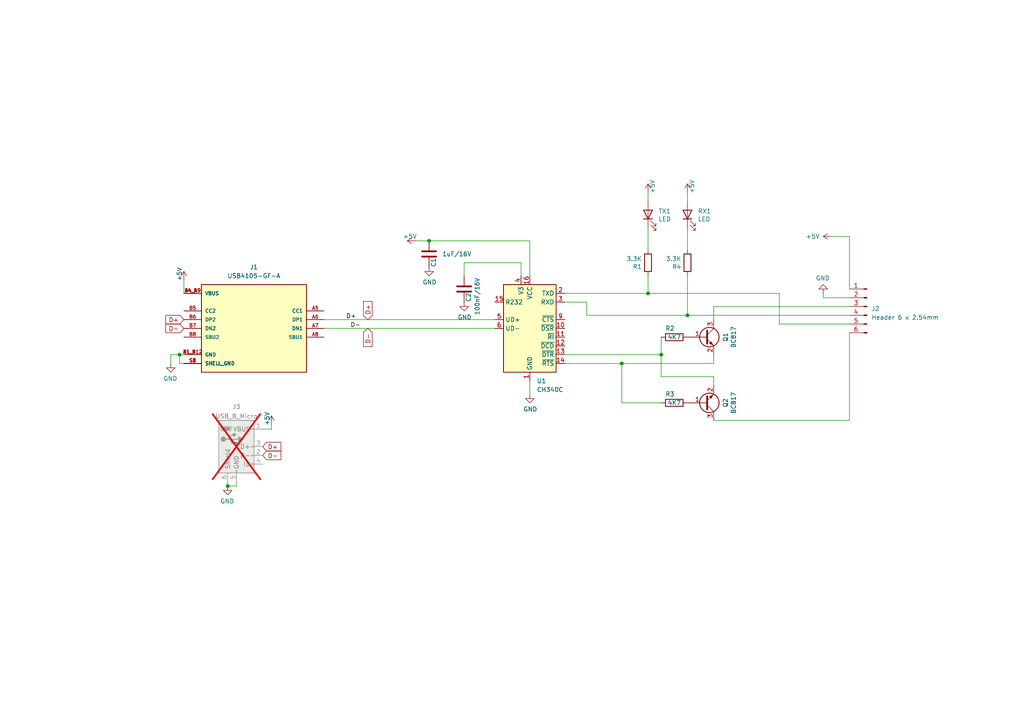
<source format=kicad_sch>
(kicad_sch (version 20230121) (generator eeschema)

  (uuid cb614b23-9af3-4aec-bed8-c1374e001510)

  (paper "A4")

  (title_block
    (date "2023-02-26")
    (rev "0.0")
    (company "TDMAKER.SPACE")
  )

  (lib_symbols
    (symbol "Connector:Conn_01x06_Male" (pin_names (offset 1.016) hide) (in_bom yes) (on_board yes)
      (property "Reference" "J" (at 0 7.62 0)
        (effects (font (size 1.27 1.27)))
      )
      (property "Value" "Conn_01x06_Male" (at 0 -10.16 0)
        (effects (font (size 1.27 1.27)))
      )
      (property "Footprint" "" (at 0 0 0)
        (effects (font (size 1.27 1.27)) hide)
      )
      (property "Datasheet" "~" (at 0 0 0)
        (effects (font (size 1.27 1.27)) hide)
      )
      (property "ki_keywords" "connector" (at 0 0 0)
        (effects (font (size 1.27 1.27)) hide)
      )
      (property "ki_description" "Generic connector, single row, 01x06, script generated (kicad-library-utils/schlib/autogen/connector/)" (at 0 0 0)
        (effects (font (size 1.27 1.27)) hide)
      )
      (property "ki_fp_filters" "Connector*:*_1x??_*" (at 0 0 0)
        (effects (font (size 1.27 1.27)) hide)
      )
      (symbol "Conn_01x06_Male_1_1"
        (polyline
          (pts
            (xy 1.27 -7.62)
            (xy 0.8636 -7.62)
          )
          (stroke (width 0.1524) (type default))
          (fill (type none))
        )
        (polyline
          (pts
            (xy 1.27 -5.08)
            (xy 0.8636 -5.08)
          )
          (stroke (width 0.1524) (type default))
          (fill (type none))
        )
        (polyline
          (pts
            (xy 1.27 -2.54)
            (xy 0.8636 -2.54)
          )
          (stroke (width 0.1524) (type default))
          (fill (type none))
        )
        (polyline
          (pts
            (xy 1.27 0)
            (xy 0.8636 0)
          )
          (stroke (width 0.1524) (type default))
          (fill (type none))
        )
        (polyline
          (pts
            (xy 1.27 2.54)
            (xy 0.8636 2.54)
          )
          (stroke (width 0.1524) (type default))
          (fill (type none))
        )
        (polyline
          (pts
            (xy 1.27 5.08)
            (xy 0.8636 5.08)
          )
          (stroke (width 0.1524) (type default))
          (fill (type none))
        )
        (rectangle (start 0.8636 -7.493) (end 0 -7.747)
          (stroke (width 0.1524) (type default))
          (fill (type outline))
        )
        (rectangle (start 0.8636 -4.953) (end 0 -5.207)
          (stroke (width 0.1524) (type default))
          (fill (type outline))
        )
        (rectangle (start 0.8636 -2.413) (end 0 -2.667)
          (stroke (width 0.1524) (type default))
          (fill (type outline))
        )
        (rectangle (start 0.8636 0.127) (end 0 -0.127)
          (stroke (width 0.1524) (type default))
          (fill (type outline))
        )
        (rectangle (start 0.8636 2.667) (end 0 2.413)
          (stroke (width 0.1524) (type default))
          (fill (type outline))
        )
        (rectangle (start 0.8636 5.207) (end 0 4.953)
          (stroke (width 0.1524) (type default))
          (fill (type outline))
        )
        (pin passive line (at 5.08 5.08 180) (length 3.81)
          (name "Pin_1" (effects (font (size 1.27 1.27))))
          (number "1" (effects (font (size 1.27 1.27))))
        )
        (pin passive line (at 5.08 2.54 180) (length 3.81)
          (name "Pin_2" (effects (font (size 1.27 1.27))))
          (number "2" (effects (font (size 1.27 1.27))))
        )
        (pin passive line (at 5.08 0 180) (length 3.81)
          (name "Pin_3" (effects (font (size 1.27 1.27))))
          (number "3" (effects (font (size 1.27 1.27))))
        )
        (pin passive line (at 5.08 -2.54 180) (length 3.81)
          (name "Pin_4" (effects (font (size 1.27 1.27))))
          (number "4" (effects (font (size 1.27 1.27))))
        )
        (pin passive line (at 5.08 -5.08 180) (length 3.81)
          (name "Pin_5" (effects (font (size 1.27 1.27))))
          (number "5" (effects (font (size 1.27 1.27))))
        )
        (pin passive line (at 5.08 -7.62 180) (length 3.81)
          (name "Pin_6" (effects (font (size 1.27 1.27))))
          (number "6" (effects (font (size 1.27 1.27))))
        )
      )
    )
    (symbol "Connector:USB_B_Micro" (pin_names (offset 1.016)) (in_bom yes) (on_board yes)
      (property "Reference" "J" (at -5.08 11.43 0)
        (effects (font (size 1.27 1.27)) (justify left))
      )
      (property "Value" "USB_B_Micro" (at -5.08 8.89 0)
        (effects (font (size 1.27 1.27)) (justify left))
      )
      (property "Footprint" "" (at 3.81 -1.27 0)
        (effects (font (size 1.27 1.27)) hide)
      )
      (property "Datasheet" "~" (at 3.81 -1.27 0)
        (effects (font (size 1.27 1.27)) hide)
      )
      (property "ki_keywords" "connector USB micro" (at 0 0 0)
        (effects (font (size 1.27 1.27)) hide)
      )
      (property "ki_description" "USB Micro Type B connector" (at 0 0 0)
        (effects (font (size 1.27 1.27)) hide)
      )
      (property "ki_fp_filters" "USB*" (at 0 0 0)
        (effects (font (size 1.27 1.27)) hide)
      )
      (symbol "USB_B_Micro_0_1"
        (rectangle (start -5.08 -7.62) (end 5.08 7.62)
          (stroke (width 0.254) (type default))
          (fill (type background))
        )
        (circle (center -3.81 2.159) (radius 0.635)
          (stroke (width 0.254) (type default))
          (fill (type outline))
        )
        (circle (center -0.635 3.429) (radius 0.381)
          (stroke (width 0.254) (type default))
          (fill (type outline))
        )
        (rectangle (start -0.127 -7.62) (end 0.127 -6.858)
          (stroke (width 0) (type default))
          (fill (type none))
        )
        (polyline
          (pts
            (xy -1.905 2.159)
            (xy 0.635 2.159)
          )
          (stroke (width 0.254) (type default))
          (fill (type none))
        )
        (polyline
          (pts
            (xy -3.175 2.159)
            (xy -2.54 2.159)
            (xy -1.27 3.429)
            (xy -0.635 3.429)
          )
          (stroke (width 0.254) (type default))
          (fill (type none))
        )
        (polyline
          (pts
            (xy -2.54 2.159)
            (xy -1.905 2.159)
            (xy -1.27 0.889)
            (xy 0 0.889)
          )
          (stroke (width 0.254) (type default))
          (fill (type none))
        )
        (polyline
          (pts
            (xy 0.635 2.794)
            (xy 0.635 1.524)
            (xy 1.905 2.159)
            (xy 0.635 2.794)
          )
          (stroke (width 0.254) (type default))
          (fill (type outline))
        )
        (polyline
          (pts
            (xy -4.318 5.588)
            (xy -1.778 5.588)
            (xy -2.032 4.826)
            (xy -4.064 4.826)
            (xy -4.318 5.588)
          )
          (stroke (width 0) (type default))
          (fill (type outline))
        )
        (polyline
          (pts
            (xy -4.699 5.842)
            (xy -4.699 5.588)
            (xy -4.445 4.826)
            (xy -4.445 4.572)
            (xy -1.651 4.572)
            (xy -1.651 4.826)
            (xy -1.397 5.588)
            (xy -1.397 5.842)
            (xy -4.699 5.842)
          )
          (stroke (width 0) (type default))
          (fill (type none))
        )
        (rectangle (start 0.254 1.27) (end -0.508 0.508)
          (stroke (width 0.254) (type default))
          (fill (type outline))
        )
        (rectangle (start 5.08 -5.207) (end 4.318 -4.953)
          (stroke (width 0) (type default))
          (fill (type none))
        )
        (rectangle (start 5.08 -2.667) (end 4.318 -2.413)
          (stroke (width 0) (type default))
          (fill (type none))
        )
        (rectangle (start 5.08 -0.127) (end 4.318 0.127)
          (stroke (width 0) (type default))
          (fill (type none))
        )
        (rectangle (start 5.08 4.953) (end 4.318 5.207)
          (stroke (width 0) (type default))
          (fill (type none))
        )
      )
      (symbol "USB_B_Micro_1_1"
        (pin power_out line (at 7.62 5.08 180) (length 2.54)
          (name "VBUS" (effects (font (size 1.27 1.27))))
          (number "1" (effects (font (size 1.27 1.27))))
        )
        (pin bidirectional line (at 7.62 -2.54 180) (length 2.54)
          (name "D-" (effects (font (size 1.27 1.27))))
          (number "2" (effects (font (size 1.27 1.27))))
        )
        (pin bidirectional line (at 7.62 0 180) (length 2.54)
          (name "D+" (effects (font (size 1.27 1.27))))
          (number "3" (effects (font (size 1.27 1.27))))
        )
        (pin passive line (at 7.62 -5.08 180) (length 2.54)
          (name "ID" (effects (font (size 1.27 1.27))))
          (number "4" (effects (font (size 1.27 1.27))))
        )
        (pin power_out line (at 0 -10.16 90) (length 2.54)
          (name "GND" (effects (font (size 1.27 1.27))))
          (number "5" (effects (font (size 1.27 1.27))))
        )
        (pin passive line (at -2.54 -10.16 90) (length 2.54)
          (name "Shield" (effects (font (size 1.27 1.27))))
          (number "6" (effects (font (size 1.27 1.27))))
        )
      )
    )
    (symbol "Custom:USB4105-GF-A" (pin_names (offset 1.016)) (in_bom yes) (on_board yes)
      (property "Reference" "J" (at -15.24 13.97 0)
        (effects (font (size 1.27 1.27)) (justify left bottom))
      )
      (property "Value" "USB4105-GF-A" (at -15.24 -15.24 0)
        (effects (font (size 1.27 1.27)) (justify left bottom))
      )
      (property "Footprint" "0_Custom_Lib:GCT_USB4105-GF-A" (at 0 0 0)
        (effects (font (size 1.27 1.27)) (justify bottom) hide)
      )
      (property "Datasheet" "" (at 0 0 0)
        (effects (font (size 1.27 1.27)) hide)
      )
      (property "MANUFACTURER" "GCT" (at 0 0 0)
        (effects (font (size 1.27 1.27)) (justify bottom) hide)
      )
      (symbol "USB4105-GF-A_0_0"
        (rectangle (start -15.24 -12.7) (end 15.24 12.7)
          (stroke (width 0.254) (type default))
          (fill (type background))
        )
        (pin power_in line (at 20.32 -7.62 180) (length 5.08)
          (name "GND" (effects (font (size 1.016 1.016))))
          (number "A1_B12" (effects (font (size 1.016 1.016))))
        )
        (pin power_in line (at 20.32 10.16 180) (length 5.08)
          (name "VBUS" (effects (font (size 1.016 1.016))))
          (number "A4_B9" (effects (font (size 1.016 1.016))))
        )
        (pin bidirectional line (at -20.32 5.08 0) (length 5.08)
          (name "CC1" (effects (font (size 1.016 1.016))))
          (number "A5" (effects (font (size 1.016 1.016))))
        )
        (pin bidirectional line (at -20.32 2.54 0) (length 5.08)
          (name "DP1" (effects (font (size 1.016 1.016))))
          (number "A6" (effects (font (size 1.016 1.016))))
        )
        (pin bidirectional line (at -20.32 0 0) (length 5.08)
          (name "DN1" (effects (font (size 1.016 1.016))))
          (number "A7" (effects (font (size 1.016 1.016))))
        )
        (pin bidirectional line (at -20.32 -2.54 0) (length 5.08)
          (name "SBU1" (effects (font (size 1.016 1.016))))
          (number "A8" (effects (font (size 1.016 1.016))))
        )
        (pin power_in line (at 20.32 -7.62 180) (length 5.08)
          (name "GND" (effects (font (size 1.016 1.016))))
          (number "B1_A12" (effects (font (size 1.016 1.016))))
        )
        (pin power_in line (at 20.32 10.16 180) (length 5.08)
          (name "VBUS" (effects (font (size 1.016 1.016))))
          (number "B4_A9" (effects (font (size 1.016 1.016))))
        )
        (pin bidirectional line (at 20.32 5.08 180) (length 5.08)
          (name "CC2" (effects (font (size 1.016 1.016))))
          (number "B5" (effects (font (size 1.016 1.016))))
        )
        (pin bidirectional line (at 20.32 2.54 180) (length 5.08)
          (name "DP2" (effects (font (size 1.016 1.016))))
          (number "B6" (effects (font (size 1.016 1.016))))
        )
        (pin bidirectional line (at 20.32 0 180) (length 5.08)
          (name "DN2" (effects (font (size 1.016 1.016))))
          (number "B7" (effects (font (size 1.016 1.016))))
        )
        (pin bidirectional line (at 20.32 -2.54 180) (length 5.08)
          (name "SBU2" (effects (font (size 1.016 1.016))))
          (number "B8" (effects (font (size 1.016 1.016))))
        )
        (pin power_in line (at 20.32 -10.16 180) (length 5.08)
          (name "SHELL_GND" (effects (font (size 1.016 1.016))))
          (number "S1" (effects (font (size 1.016 1.016))))
        )
        (pin power_in line (at 20.32 -10.16 180) (length 5.08)
          (name "SHELL_GND" (effects (font (size 1.016 1.016))))
          (number "S2" (effects (font (size 1.016 1.016))))
        )
        (pin power_in line (at 20.32 -10.16 180) (length 5.08)
          (name "SHELL_GND" (effects (font (size 1.016 1.016))))
          (number "S3" (effects (font (size 1.016 1.016))))
        )
        (pin power_in line (at 20.32 -10.16 180) (length 5.08)
          (name "SHELL_GND" (effects (font (size 1.016 1.016))))
          (number "S4" (effects (font (size 1.016 1.016))))
        )
      )
    )
    (symbol "Device:C" (pin_numbers hide) (pin_names (offset 0.254)) (in_bom yes) (on_board yes)
      (property "Reference" "C" (at 0.635 2.54 0)
        (effects (font (size 1.27 1.27)) (justify left))
      )
      (property "Value" "C" (at 0.635 -2.54 0)
        (effects (font (size 1.27 1.27)) (justify left))
      )
      (property "Footprint" "" (at 0.9652 -3.81 0)
        (effects (font (size 1.27 1.27)) hide)
      )
      (property "Datasheet" "~" (at 0 0 0)
        (effects (font (size 1.27 1.27)) hide)
      )
      (property "ki_keywords" "cap capacitor" (at 0 0 0)
        (effects (font (size 1.27 1.27)) hide)
      )
      (property "ki_description" "Unpolarized capacitor" (at 0 0 0)
        (effects (font (size 1.27 1.27)) hide)
      )
      (property "ki_fp_filters" "C_*" (at 0 0 0)
        (effects (font (size 1.27 1.27)) hide)
      )
      (symbol "C_0_1"
        (polyline
          (pts
            (xy -2.032 -0.762)
            (xy 2.032 -0.762)
          )
          (stroke (width 0.508) (type default))
          (fill (type none))
        )
        (polyline
          (pts
            (xy -2.032 0.762)
            (xy 2.032 0.762)
          )
          (stroke (width 0.508) (type default))
          (fill (type none))
        )
      )
      (symbol "C_1_1"
        (pin passive line (at 0 3.81 270) (length 2.794)
          (name "~" (effects (font (size 1.27 1.27))))
          (number "1" (effects (font (size 1.27 1.27))))
        )
        (pin passive line (at 0 -3.81 90) (length 2.794)
          (name "~" (effects (font (size 1.27 1.27))))
          (number "2" (effects (font (size 1.27 1.27))))
        )
      )
    )
    (symbol "Device:LED" (pin_numbers hide) (pin_names (offset 1.016) hide) (in_bom yes) (on_board yes)
      (property "Reference" "D" (at 0 2.54 0)
        (effects (font (size 1.27 1.27)))
      )
      (property "Value" "LED" (at 0 -2.54 0)
        (effects (font (size 1.27 1.27)))
      )
      (property "Footprint" "" (at 0 0 0)
        (effects (font (size 1.27 1.27)) hide)
      )
      (property "Datasheet" "~" (at 0 0 0)
        (effects (font (size 1.27 1.27)) hide)
      )
      (property "ki_keywords" "LED diode" (at 0 0 0)
        (effects (font (size 1.27 1.27)) hide)
      )
      (property "ki_description" "Light emitting diode" (at 0 0 0)
        (effects (font (size 1.27 1.27)) hide)
      )
      (property "ki_fp_filters" "LED* LED_SMD:* LED_THT:*" (at 0 0 0)
        (effects (font (size 1.27 1.27)) hide)
      )
      (symbol "LED_0_1"
        (polyline
          (pts
            (xy -1.27 -1.27)
            (xy -1.27 1.27)
          )
          (stroke (width 0.254) (type default))
          (fill (type none))
        )
        (polyline
          (pts
            (xy -1.27 0)
            (xy 1.27 0)
          )
          (stroke (width 0) (type default))
          (fill (type none))
        )
        (polyline
          (pts
            (xy 1.27 -1.27)
            (xy 1.27 1.27)
            (xy -1.27 0)
            (xy 1.27 -1.27)
          )
          (stroke (width 0.254) (type default))
          (fill (type none))
        )
        (polyline
          (pts
            (xy -3.048 -0.762)
            (xy -4.572 -2.286)
            (xy -3.81 -2.286)
            (xy -4.572 -2.286)
            (xy -4.572 -1.524)
          )
          (stroke (width 0) (type default))
          (fill (type none))
        )
        (polyline
          (pts
            (xy -1.778 -0.762)
            (xy -3.302 -2.286)
            (xy -2.54 -2.286)
            (xy -3.302 -2.286)
            (xy -3.302 -1.524)
          )
          (stroke (width 0) (type default))
          (fill (type none))
        )
      )
      (symbol "LED_1_1"
        (pin passive line (at -3.81 0 0) (length 2.54)
          (name "K" (effects (font (size 1.27 1.27))))
          (number "1" (effects (font (size 1.27 1.27))))
        )
        (pin passive line (at 3.81 0 180) (length 2.54)
          (name "A" (effects (font (size 1.27 1.27))))
          (number "2" (effects (font (size 1.27 1.27))))
        )
      )
    )
    (symbol "Device:R" (pin_numbers hide) (pin_names (offset 0)) (in_bom yes) (on_board yes)
      (property "Reference" "R" (at 2.032 0 90)
        (effects (font (size 1.27 1.27)))
      )
      (property "Value" "R" (at 0 0 90)
        (effects (font (size 1.27 1.27)))
      )
      (property "Footprint" "" (at -1.778 0 90)
        (effects (font (size 1.27 1.27)) hide)
      )
      (property "Datasheet" "~" (at 0 0 0)
        (effects (font (size 1.27 1.27)) hide)
      )
      (property "ki_keywords" "R res resistor" (at 0 0 0)
        (effects (font (size 1.27 1.27)) hide)
      )
      (property "ki_description" "Resistor" (at 0 0 0)
        (effects (font (size 1.27 1.27)) hide)
      )
      (property "ki_fp_filters" "R_*" (at 0 0 0)
        (effects (font (size 1.27 1.27)) hide)
      )
      (symbol "R_0_1"
        (rectangle (start -1.016 -2.54) (end 1.016 2.54)
          (stroke (width 0.254) (type default))
          (fill (type none))
        )
      )
      (symbol "R_1_1"
        (pin passive line (at 0 3.81 270) (length 1.27)
          (name "~" (effects (font (size 1.27 1.27))))
          (number "1" (effects (font (size 1.27 1.27))))
        )
        (pin passive line (at 0 -3.81 90) (length 1.27)
          (name "~" (effects (font (size 1.27 1.27))))
          (number "2" (effects (font (size 1.27 1.27))))
        )
      )
    )
    (symbol "Interface_USB:CH340C" (in_bom yes) (on_board yes)
      (property "Reference" "U" (at -5.08 13.97 0)
        (effects (font (size 1.27 1.27)) (justify right))
      )
      (property "Value" "CH340C" (at 1.27 13.97 0)
        (effects (font (size 1.27 1.27)) (justify left))
      )
      (property "Footprint" "Package_SO:SOIC-16_3.9x9.9mm_P1.27mm" (at 1.27 -13.97 0)
        (effects (font (size 1.27 1.27)) (justify left) hide)
      )
      (property "Datasheet" "https://datasheet.lcsc.com/szlcsc/Jiangsu-Qin-Heng-CH340C_C84681.pdf" (at -8.89 20.32 0)
        (effects (font (size 1.27 1.27)) hide)
      )
      (property "ki_keywords" "USB UART Serial Converter Interface" (at 0 0 0)
        (effects (font (size 1.27 1.27)) hide)
      )
      (property "ki_description" "USB serial converter, UART, SOIC-16" (at 0 0 0)
        (effects (font (size 1.27 1.27)) hide)
      )
      (property "ki_fp_filters" "SOIC*3.9x9.9mm*P1.27mm*" (at 0 0 0)
        (effects (font (size 1.27 1.27)) hide)
      )
      (symbol "CH340C_0_1"
        (rectangle (start -7.62 12.7) (end 7.62 -12.7)
          (stroke (width 0.254) (type default))
          (fill (type background))
        )
      )
      (symbol "CH340C_1_1"
        (pin power_in line (at 0 -15.24 90) (length 2.54)
          (name "GND" (effects (font (size 1.27 1.27))))
          (number "1" (effects (font (size 1.27 1.27))))
        )
        (pin input line (at 10.16 0 180) (length 2.54)
          (name "~{DSR}" (effects (font (size 1.27 1.27))))
          (number "10" (effects (font (size 1.27 1.27))))
        )
        (pin input line (at 10.16 -2.54 180) (length 2.54)
          (name "~{RI}" (effects (font (size 1.27 1.27))))
          (number "11" (effects (font (size 1.27 1.27))))
        )
        (pin input line (at 10.16 -5.08 180) (length 2.54)
          (name "~{DCD}" (effects (font (size 1.27 1.27))))
          (number "12" (effects (font (size 1.27 1.27))))
        )
        (pin output line (at 10.16 -7.62 180) (length 2.54)
          (name "~{DTR}" (effects (font (size 1.27 1.27))))
          (number "13" (effects (font (size 1.27 1.27))))
        )
        (pin output line (at 10.16 -10.16 180) (length 2.54)
          (name "~{RTS}" (effects (font (size 1.27 1.27))))
          (number "14" (effects (font (size 1.27 1.27))))
        )
        (pin input line (at -10.16 7.62 0) (length 2.54)
          (name "R232" (effects (font (size 1.27 1.27))))
          (number "15" (effects (font (size 1.27 1.27))))
        )
        (pin power_in line (at 0 15.24 270) (length 2.54)
          (name "VCC" (effects (font (size 1.27 1.27))))
          (number "16" (effects (font (size 1.27 1.27))))
        )
        (pin output line (at 10.16 10.16 180) (length 2.54)
          (name "TXD" (effects (font (size 1.27 1.27))))
          (number "2" (effects (font (size 1.27 1.27))))
        )
        (pin input line (at 10.16 7.62 180) (length 2.54)
          (name "RXD" (effects (font (size 1.27 1.27))))
          (number "3" (effects (font (size 1.27 1.27))))
        )
        (pin passive line (at -2.54 15.24 270) (length 2.54)
          (name "V3" (effects (font (size 1.27 1.27))))
          (number "4" (effects (font (size 1.27 1.27))))
        )
        (pin bidirectional line (at -10.16 2.54 0) (length 2.54)
          (name "UD+" (effects (font (size 1.27 1.27))))
          (number "5" (effects (font (size 1.27 1.27))))
        )
        (pin bidirectional line (at -10.16 0 0) (length 2.54)
          (name "UD-" (effects (font (size 1.27 1.27))))
          (number "6" (effects (font (size 1.27 1.27))))
        )
        (pin no_connect line (at -7.62 -7.62 0) (length 2.54) hide
          (name "NC" (effects (font (size 1.27 1.27))))
          (number "7" (effects (font (size 1.27 1.27))))
        )
        (pin no_connect line (at -7.62 -10.16 0) (length 2.54) hide
          (name "NC" (effects (font (size 1.27 1.27))))
          (number "8" (effects (font (size 1.27 1.27))))
        )
        (pin input line (at 10.16 2.54 180) (length 2.54)
          (name "~{CTS}" (effects (font (size 1.27 1.27))))
          (number "9" (effects (font (size 1.27 1.27))))
        )
      )
    )
    (symbol "Transistor_BJT:BC817" (pin_names (offset 0) hide) (in_bom yes) (on_board yes)
      (property "Reference" "Q" (at 5.08 1.905 0)
        (effects (font (size 1.27 1.27)) (justify left))
      )
      (property "Value" "BC817" (at 5.08 0 0)
        (effects (font (size 1.27 1.27)) (justify left))
      )
      (property "Footprint" "Package_TO_SOT_SMD:SOT-23" (at 5.08 -1.905 0)
        (effects (font (size 1.27 1.27) italic) (justify left) hide)
      )
      (property "Datasheet" "https://www.onsemi.com/pub/Collateral/BC818-D.pdf" (at 0 0 0)
        (effects (font (size 1.27 1.27)) (justify left) hide)
      )
      (property "ki_keywords" "NPN Transistor" (at 0 0 0)
        (effects (font (size 1.27 1.27)) hide)
      )
      (property "ki_description" "0.8A Ic, 45V Vce, NPN Transistor, SOT-23" (at 0 0 0)
        (effects (font (size 1.27 1.27)) hide)
      )
      (property "ki_fp_filters" "SOT?23*" (at 0 0 0)
        (effects (font (size 1.27 1.27)) hide)
      )
      (symbol "BC817_0_1"
        (polyline
          (pts
            (xy 0.635 0.635)
            (xy 2.54 2.54)
          )
          (stroke (width 0) (type default))
          (fill (type none))
        )
        (polyline
          (pts
            (xy 0.635 -0.635)
            (xy 2.54 -2.54)
            (xy 2.54 -2.54)
          )
          (stroke (width 0) (type default))
          (fill (type none))
        )
        (polyline
          (pts
            (xy 0.635 1.905)
            (xy 0.635 -1.905)
            (xy 0.635 -1.905)
          )
          (stroke (width 0.508) (type default))
          (fill (type none))
        )
        (polyline
          (pts
            (xy 1.27 -1.778)
            (xy 1.778 -1.27)
            (xy 2.286 -2.286)
            (xy 1.27 -1.778)
            (xy 1.27 -1.778)
          )
          (stroke (width 0) (type default))
          (fill (type outline))
        )
        (circle (center 1.27 0) (radius 2.8194)
          (stroke (width 0.254) (type default))
          (fill (type none))
        )
      )
      (symbol "BC817_1_1"
        (pin input line (at -5.08 0 0) (length 5.715)
          (name "B" (effects (font (size 1.27 1.27))))
          (number "1" (effects (font (size 1.27 1.27))))
        )
        (pin passive line (at 2.54 -5.08 90) (length 2.54)
          (name "E" (effects (font (size 1.27 1.27))))
          (number "2" (effects (font (size 1.27 1.27))))
        )
        (pin passive line (at 2.54 5.08 270) (length 2.54)
          (name "C" (effects (font (size 1.27 1.27))))
          (number "3" (effects (font (size 1.27 1.27))))
        )
      )
    )
    (symbol "power:+5V" (power) (pin_names (offset 0)) (in_bom yes) (on_board yes)
      (property "Reference" "#PWR" (at 0 -3.81 0)
        (effects (font (size 1.27 1.27)) hide)
      )
      (property "Value" "+5V" (at 0 3.556 0)
        (effects (font (size 1.27 1.27)))
      )
      (property "Footprint" "" (at 0 0 0)
        (effects (font (size 1.27 1.27)) hide)
      )
      (property "Datasheet" "" (at 0 0 0)
        (effects (font (size 1.27 1.27)) hide)
      )
      (property "ki_keywords" "power-flag" (at 0 0 0)
        (effects (font (size 1.27 1.27)) hide)
      )
      (property "ki_description" "Power symbol creates a global label with name \"+5V\"" (at 0 0 0)
        (effects (font (size 1.27 1.27)) hide)
      )
      (symbol "+5V_0_1"
        (polyline
          (pts
            (xy -0.762 1.27)
            (xy 0 2.54)
          )
          (stroke (width 0) (type default))
          (fill (type none))
        )
        (polyline
          (pts
            (xy 0 0)
            (xy 0 2.54)
          )
          (stroke (width 0) (type default))
          (fill (type none))
        )
        (polyline
          (pts
            (xy 0 2.54)
            (xy 0.762 1.27)
          )
          (stroke (width 0) (type default))
          (fill (type none))
        )
      )
      (symbol "+5V_1_1"
        (pin power_in line (at 0 0 90) (length 0) hide
          (name "+5V" (effects (font (size 1.27 1.27))))
          (number "1" (effects (font (size 1.27 1.27))))
        )
      )
    )
    (symbol "power:GND" (power) (pin_names (offset 0)) (in_bom yes) (on_board yes)
      (property "Reference" "#PWR" (at 0 -6.35 0)
        (effects (font (size 1.27 1.27)) hide)
      )
      (property "Value" "GND" (at 0 -3.81 0)
        (effects (font (size 1.27 1.27)))
      )
      (property "Footprint" "" (at 0 0 0)
        (effects (font (size 1.27 1.27)) hide)
      )
      (property "Datasheet" "" (at 0 0 0)
        (effects (font (size 1.27 1.27)) hide)
      )
      (property "ki_keywords" "power-flag" (at 0 0 0)
        (effects (font (size 1.27 1.27)) hide)
      )
      (property "ki_description" "Power symbol creates a global label with name \"GND\" , ground" (at 0 0 0)
        (effects (font (size 1.27 1.27)) hide)
      )
      (symbol "GND_0_1"
        (polyline
          (pts
            (xy 0 0)
            (xy 0 -1.27)
            (xy 1.27 -1.27)
            (xy 0 -2.54)
            (xy -1.27 -1.27)
            (xy 0 -1.27)
          )
          (stroke (width 0) (type default))
          (fill (type none))
        )
      )
      (symbol "GND_1_1"
        (pin power_in line (at 0 0 270) (length 0) hide
          (name "GND" (effects (font (size 1.27 1.27))))
          (number "1" (effects (font (size 1.27 1.27))))
        )
      )
    )
  )

  (junction (at 180.34 105.41) (diameter 0) (color 0 0 0 0)
    (uuid 176fabf7-1149-48c8-9fd7-78ddb1332813)
  )
  (junction (at 191.77 102.87) (diameter 0) (color 0 0 0 0)
    (uuid 3c1901d4-9f57-4870-9b0b-a3db4eb3e0a4)
  )
  (junction (at 199.39 91.44) (diameter 0) (color 0 0 0 0)
    (uuid 6631b800-2486-4957-8558-d7bb5396efed)
  )
  (junction (at 52.07 102.87) (diameter 0) (color 0 0 0 0)
    (uuid 89c3a727-29f3-4d67-9cbc-72b3f972b410)
  )
  (junction (at 66.04 140.97) (diameter 0) (color 0 0 0 0)
    (uuid 8be66b11-cce9-42e9-9de6-56c8e38e1c69)
  )
  (junction (at 124.46 69.85) (diameter 0) (color 0 0 0 0)
    (uuid b40c38b5-4c00-49d4-b367-efe93d0d44bf)
  )
  (junction (at 187.96 85.09) (diameter 0) (color 0 0 0 0)
    (uuid df2fcb96-0717-44b2-85f2-24eb1dfda798)
  )

  (wire (pts (xy 93.98 95.25) (xy 143.51 95.25))
    (stroke (width 0) (type default))
    (uuid 0aa4c342-f63c-4aa7-805f-80d4b22436d6)
  )
  (wire (pts (xy 199.39 58.42) (xy 199.39 55.88))
    (stroke (width 0) (type default))
    (uuid 0b8050f1-a91f-47ae-93d5-1cb20307cc09)
  )
  (wire (pts (xy 246.38 68.58) (xy 246.38 83.82))
    (stroke (width 0) (type default))
    (uuid 0e4a9965-bb07-4740-9a4d-74c9629e50e2)
  )
  (wire (pts (xy 226.06 93.98) (xy 246.38 93.98))
    (stroke (width 0) (type default))
    (uuid 10d11ec8-0ae1-4f88-85fe-1e16cb1ea545)
  )
  (wire (pts (xy 66.04 140.97) (xy 68.58 140.97))
    (stroke (width 0) (type default))
    (uuid 16c9b8f3-19c1-4ac6-99f9-1d4060d22155)
  )
  (wire (pts (xy 170.18 91.44) (xy 170.18 87.63))
    (stroke (width 0) (type default))
    (uuid 31d0d563-49c1-4fcd-a311-245b2d1b16ee)
  )
  (wire (pts (xy 191.77 116.84) (xy 180.34 116.84))
    (stroke (width 0) (type default))
    (uuid 3221b23b-4016-4b82-ba70-3a8c68cc3ff2)
  )
  (wire (pts (xy 78.74 124.46) (xy 78.74 123.19))
    (stroke (width 0) (type default))
    (uuid 360a3c2e-67bc-4594-9da7-90c49167c09e)
  )
  (wire (pts (xy 207.01 121.92) (xy 246.38 121.92))
    (stroke (width 0) (type default))
    (uuid 3b1600e7-34ea-437d-b930-006de1690b3d)
  )
  (wire (pts (xy 134.62 76.2) (xy 151.13 76.2))
    (stroke (width 0) (type default))
    (uuid 3f857b66-44b8-4415-918f-771714858c9a)
  )
  (wire (pts (xy 187.96 85.09) (xy 226.06 85.09))
    (stroke (width 0) (type default))
    (uuid 4320534d-b540-4a06-a108-cb810b34db23)
  )
  (wire (pts (xy 207.01 111.76) (xy 207.01 109.22))
    (stroke (width 0) (type default))
    (uuid 4c6b4f17-fc9e-4586-ac59-68c2ec5c851b)
  )
  (wire (pts (xy 199.39 80.01) (xy 199.39 91.44))
    (stroke (width 0) (type default))
    (uuid 4e8d147c-6154-445e-af38-06f0c1105d1c)
  )
  (wire (pts (xy 53.34 81.28) (xy 53.34 85.09))
    (stroke (width 0) (type default))
    (uuid 4fb2c1d6-cb00-4ae1-9045-5eefcc4b8e4f)
  )
  (wire (pts (xy 153.67 69.85) (xy 153.67 80.01))
    (stroke (width 0) (type default))
    (uuid 542042aa-c935-4e6a-8dc6-05fe91ff9a2b)
  )
  (wire (pts (xy 246.38 96.52) (xy 246.38 121.92))
    (stroke (width 0) (type default))
    (uuid 55e3e559-68f7-4090-924a-3a4051852bc6)
  )
  (wire (pts (xy 163.83 85.09) (xy 187.96 85.09))
    (stroke (width 0) (type default))
    (uuid 56f85720-a8c2-4982-a174-259a1068b7d6)
  )
  (wire (pts (xy 207.01 109.22) (xy 191.77 109.22))
    (stroke (width 0) (type default))
    (uuid 57436eb4-92ce-4d69-abc2-9bdd62c0877b)
  )
  (wire (pts (xy 199.39 72.39) (xy 199.39 66.04))
    (stroke (width 0) (type default))
    (uuid 58493dda-8b25-4c52-a7d9-f48777cb9d7f)
  )
  (wire (pts (xy 93.98 92.71) (xy 143.51 92.71))
    (stroke (width 0) (type default))
    (uuid 6361d5a1-904b-4df0-8f8e-9c62383bd00e)
  )
  (wire (pts (xy 207.01 92.71) (xy 207.01 88.9))
    (stroke (width 0) (type default))
    (uuid 64d32dbf-0065-4480-aab4-18ffc5479c16)
  )
  (wire (pts (xy 187.96 58.42) (xy 187.96 55.88))
    (stroke (width 0) (type default))
    (uuid 65c3ed5b-930b-404e-a86d-389823e289db)
  )
  (wire (pts (xy 238.76 86.36) (xy 246.38 86.36))
    (stroke (width 0) (type default))
    (uuid 74bb402e-f0a8-4d35-bf1c-a38b825681a8)
  )
  (wire (pts (xy 134.62 80.01) (xy 134.62 76.2))
    (stroke (width 0) (type default))
    (uuid 7cde49cc-bec8-43d5-a6e5-eb451a115ad9)
  )
  (wire (pts (xy 151.13 80.01) (xy 151.13 76.2))
    (stroke (width 0) (type default))
    (uuid 7d1e8004-ef11-4511-ab38-3c9bee303b98)
  )
  (wire (pts (xy 180.34 105.41) (xy 207.01 105.41))
    (stroke (width 0) (type default))
    (uuid 7e9a2495-97a6-44ad-b1b4-8a45a299feb0)
  )
  (wire (pts (xy 170.18 91.44) (xy 199.39 91.44))
    (stroke (width 0) (type default))
    (uuid 81059eef-388a-4ca7-b9da-a3877e18e266)
  )
  (wire (pts (xy 52.07 105.41) (xy 52.07 102.87))
    (stroke (width 0) (type default))
    (uuid 84c9fd3d-6ea1-46fc-b128-2d31dc3318e2)
  )
  (wire (pts (xy 68.58 139.7) (xy 68.58 140.97))
    (stroke (width 0) (type default))
    (uuid 8f5ee264-ab78-438d-b8d5-1e547e5afc7c)
  )
  (wire (pts (xy 53.34 102.87) (xy 52.07 102.87))
    (stroke (width 0) (type default))
    (uuid 91e2ab77-787b-42f9-8ba3-893e7b1352e8)
  )
  (wire (pts (xy 191.77 102.87) (xy 191.77 97.79))
    (stroke (width 0) (type default))
    (uuid 98261f04-34e5-4e50-9a5f-10e21cee956b)
  )
  (wire (pts (xy 226.06 85.09) (xy 226.06 93.98))
    (stroke (width 0) (type default))
    (uuid 9b402adf-450d-4214-96fc-6754b9fa1d00)
  )
  (wire (pts (xy 124.46 69.85) (xy 120.65 69.85))
    (stroke (width 0) (type default))
    (uuid aa44c095-a664-4a58-9a70-4f57f2d0c9aa)
  )
  (wire (pts (xy 246.38 91.44) (xy 199.39 91.44))
    (stroke (width 0) (type default))
    (uuid aa44f4b1-76f8-4459-a73d-6d9dafe99137)
  )
  (wire (pts (xy 207.01 88.9) (xy 246.38 88.9))
    (stroke (width 0) (type default))
    (uuid aebdccd0-51d3-469f-bfa0-02026660e447)
  )
  (wire (pts (xy 180.34 116.84) (xy 180.34 105.41))
    (stroke (width 0) (type default))
    (uuid b12a51da-4694-4804-998e-dece81480c99)
  )
  (wire (pts (xy 163.83 105.41) (xy 180.34 105.41))
    (stroke (width 0) (type default))
    (uuid bc53726a-088e-43ec-b0c0-e94fd160f7a8)
  )
  (wire (pts (xy 53.34 105.41) (xy 52.07 105.41))
    (stroke (width 0) (type default))
    (uuid bdf61637-f984-4a0f-9936-3d048ca8cff2)
  )
  (wire (pts (xy 207.01 105.41) (xy 207.01 102.87))
    (stroke (width 0) (type default))
    (uuid be2735ca-5c5d-4a60-9bc9-6a55e4143739)
  )
  (wire (pts (xy 124.46 69.85) (xy 153.67 69.85))
    (stroke (width 0) (type default))
    (uuid c1bd741b-3b94-490e-b068-808d886fd198)
  )
  (wire (pts (xy 66.04 139.7) (xy 66.04 140.97))
    (stroke (width 0) (type default))
    (uuid c2b93ac1-65bf-4121-9b86-18e7c3095b33)
  )
  (wire (pts (xy 191.77 109.22) (xy 191.77 102.87))
    (stroke (width 0) (type default))
    (uuid c35d7f36-210b-4f6b-90b0-88ed5e36e027)
  )
  (wire (pts (xy 187.96 72.39) (xy 187.96 66.04))
    (stroke (width 0) (type default))
    (uuid c58fb943-a888-43b1-9eab-1571631595dd)
  )
  (wire (pts (xy 163.83 102.87) (xy 191.77 102.87))
    (stroke (width 0) (type default))
    (uuid c61a3f87-0410-4165-b953-c9088b2d449c)
  )
  (wire (pts (xy 170.18 87.63) (xy 163.83 87.63))
    (stroke (width 0) (type default))
    (uuid cb4f3760-fac3-455d-8049-2b8011ffd713)
  )
  (wire (pts (xy 52.07 102.87) (xy 49.53 102.87))
    (stroke (width 0) (type default))
    (uuid d53bc269-be80-43cc-ae68-1982c5614dd6)
  )
  (wire (pts (xy 241.3 68.58) (xy 246.38 68.58))
    (stroke (width 0) (type default))
    (uuid dd3b88ec-615e-4a63-98ef-58bcdd60aaf9)
  )
  (wire (pts (xy 49.53 102.87) (xy 49.53 105.41))
    (stroke (width 0) (type default))
    (uuid dda87d7e-e577-4298-8a10-540a0d8cf77d)
  )
  (wire (pts (xy 76.2 124.46) (xy 78.74 124.46))
    (stroke (width 0) (type default))
    (uuid e644f8a1-c356-4fc3-8857-cc821a08baea)
  )
  (wire (pts (xy 187.96 80.01) (xy 187.96 85.09))
    (stroke (width 0) (type default))
    (uuid ec58f9e5-cac9-4ec7-976e-70205a3060e2)
  )
  (wire (pts (xy 153.67 110.49) (xy 153.67 114.3))
    (stroke (width 0) (type default))
    (uuid f03ded68-7f68-4114-8724-c1fdb119f9e7)
  )
  (wire (pts (xy 238.76 85.09) (xy 238.76 86.36))
    (stroke (width 0) (type default))
    (uuid f53a8f98-8516-420b-8abd-c71c223752de)
  )

  (label "D-" (at 101.6 95.25 0) (fields_autoplaced)
    (effects (font (size 1.27 1.27)) (justify left bottom))
    (uuid 3b2ae3eb-1639-4339-a4dc-10b8c93a81c4)
  )
  (label "D+" (at 100.33 92.71 0) (fields_autoplaced)
    (effects (font (size 1.27 1.27)) (justify left bottom))
    (uuid b1619496-def5-433c-bc81-b45b1e377f60)
  )

  (global_label "D+" (shape input) (at 106.68 92.71 90) (fields_autoplaced)
    (effects (font (size 1.27 1.27)) (justify left))
    (uuid 141d55e7-f9fa-486e-a08c-0c5785aa9581)
    (property "Intersheetrefs" "${INTERSHEET_REFS}" (at 106.6006 87.5434 90)
      (effects (font (size 1.27 1.27)) (justify left) hide)
    )
  )
  (global_label "D+" (shape input) (at 53.34 92.71 180) (fields_autoplaced)
    (effects (font (size 1.27 1.27)) (justify right))
    (uuid 745426e3-e0e8-456a-8219-3ff990cba810)
    (property "Intersheetrefs" "${INTERSHEET_REFS}" (at 48.1734 92.7894 0)
      (effects (font (size 1.27 1.27)) (justify right) hide)
    )
  )
  (global_label "D+" (shape input) (at 76.2 129.54 0) (fields_autoplaced)
    (effects (font (size 1.27 1.27)) (justify left))
    (uuid cac5dd4d-377b-499d-832d-6cc085238b14)
    (property "Intersheetrefs" "${INTERSHEET_REFS}" (at 81.3666 129.4606 0)
      (effects (font (size 1.27 1.27)) (justify left) hide)
    )
  )
  (global_label "D-" (shape input) (at 76.2 132.08 0) (fields_autoplaced)
    (effects (font (size 1.27 1.27)) (justify left))
    (uuid d60723be-0ece-433c-a3cc-8d026e9d4965)
    (property "Intersheetrefs" "${INTERSHEET_REFS}" (at 81.3666 132.1594 0)
      (effects (font (size 1.27 1.27)) (justify left) hide)
    )
  )
  (global_label "D-" (shape input) (at 106.68 95.25 270) (fields_autoplaced)
    (effects (font (size 1.27 1.27)) (justify right))
    (uuid d7bfc8f5-b2ce-497c-9380-8c2afa187a14)
    (property "Intersheetrefs" "${INTERSHEET_REFS}" (at 106.6006 100.4166 90)
      (effects (font (size 1.27 1.27)) (justify right) hide)
    )
  )
  (global_label "D-" (shape input) (at 53.34 95.25 180) (fields_autoplaced)
    (effects (font (size 1.27 1.27)) (justify right))
    (uuid ef7e2720-82b6-4019-98b0-a817c76185f2)
    (property "Intersheetrefs" "${INTERSHEET_REFS}" (at 48.1734 95.1706 0)
      (effects (font (size 1.27 1.27)) (justify right) hide)
    )
  )

  (symbol (lib_id "power:+5V") (at 241.3 68.58 90) (unit 1)
    (in_bom yes) (on_board yes) (dnp no)
    (uuid 115a189f-96e0-41dd-8ff9-ff584f62282c)
    (property "Reference" "#PWR0104" (at 245.11 68.58 0)
      (effects (font (size 1.27 1.27)) hide)
    )
    (property "Value" "+5V" (at 233.68 68.58 90)
      (effects (font (size 1.27 1.27)) (justify right))
    )
    (property "Footprint" "" (at 241.3 68.58 0)
      (effects (font (size 1.27 1.27)) hide)
    )
    (property "Datasheet" "" (at 241.3 68.58 0)
      (effects (font (size 1.27 1.27)) hide)
    )
    (pin "1" (uuid 7d58d8b7-9a46-4697-8b3c-a095e9fe733b))
    (instances
      (project "CH340_ESP32_PROGRAMER"
        (path "/cb614b23-9af3-4aec-bed8-c1374e001510"
          (reference "#PWR0104") (unit 1)
        )
      )
    )
  )

  (symbol (lib_id "Interface_USB:CH340C") (at 153.67 95.25 0) (unit 1)
    (in_bom yes) (on_board yes) (dnp no) (fields_autoplaced)
    (uuid 152157df-85eb-4bb0-8b36-89143777e07e)
    (property "Reference" "U1" (at 155.6894 110.49 0)
      (effects (font (size 1.27 1.27)) (justify left))
    )
    (property "Value" "CH340C" (at 155.6894 113.03 0)
      (effects (font (size 1.27 1.27)) (justify left))
    )
    (property "Footprint" "Package_SO:SOIC-16_3.9x9.9mm_P1.27mm" (at 154.94 109.22 0)
      (effects (font (size 1.27 1.27)) (justify left) hide)
    )
    (property "Datasheet" "https://datasheet.lcsc.com/szlcsc/Jiangsu-Qin-Heng-CH340C_C84681.pdf" (at 144.78 74.93 0)
      (effects (font (size 1.27 1.27)) hide)
    )
    (property "Link Linhkienthuduc" "https://linhkienthuduc.com/ch340c" (at 153.67 95.25 0)
      (effects (font (size 1.27 1.27)) hide)
    )
    (property "PN" "TD0296" (at 153.67 95.25 0)
      (effects (font (size 1.27 1.27)) hide)
    )
    (pin "1" (uuid 6f03eddf-f902-4913-9c0c-a78b3bc60990))
    (pin "10" (uuid 4ad014ac-80df-4a78-904d-00d462f29067))
    (pin "11" (uuid 1d329c03-1433-41a4-b795-5bb0c6d94dcd))
    (pin "12" (uuid 34ff657b-85eb-42aa-a240-be504e861044))
    (pin "13" (uuid 007b73d9-f473-468f-b0cd-7944a6a80e57))
    (pin "14" (uuid 6ae2d6a6-ebad-4faa-ada8-756ba5883420))
    (pin "15" (uuid 36e0f9ab-3beb-4924-a124-6fbe13469a5b))
    (pin "16" (uuid 9475d45f-2258-4252-b7c3-30af1aba1d65))
    (pin "2" (uuid d9c56a2e-3807-4045-ac66-5a5458e09049))
    (pin "3" (uuid 7e75e996-7eae-4c9c-8507-21b2e4424f21))
    (pin "4" (uuid 618b272a-e8cf-4522-9591-bc37cf79e811))
    (pin "5" (uuid 4f6aea5c-7e6e-4e41-9bef-2a34f4e11120))
    (pin "6" (uuid 1a659139-bf16-4d92-be08-ac377a79a54b))
    (pin "7" (uuid 4f13f333-0da4-49d8-9a3c-82d7b38c421e))
    (pin "8" (uuid 316542e1-4e20-456e-bf7e-32c2b5173d0b))
    (pin "9" (uuid e3b614f4-785a-43c6-bc6f-8cf26d769856))
    (instances
      (project "CH340_ESP32_PROGRAMER"
        (path "/cb614b23-9af3-4aec-bed8-c1374e001510"
          (reference "U1") (unit 1)
        )
      )
    )
  )

  (symbol (lib_id "power:GND") (at 66.04 140.97 0) (mirror y) (unit 1)
    (in_bom yes) (on_board yes) (dnp no)
    (uuid 3e65cee1-7080-40a2-ac61-e89aeab65847)
    (property "Reference" "#PWR0112" (at 66.04 147.32 0)
      (effects (font (size 1.27 1.27)) hide)
    )
    (property "Value" "GND" (at 65.913 145.3642 0)
      (effects (font (size 1.27 1.27)))
    )
    (property "Footprint" "" (at 66.04 140.97 0)
      (effects (font (size 1.27 1.27)) hide)
    )
    (property "Datasheet" "" (at 66.04 140.97 0)
      (effects (font (size 1.27 1.27)) hide)
    )
    (pin "1" (uuid 61e64c88-6144-43c4-b3e6-0985ff502610))
    (instances
      (project "CH340_ESP32_PROGRAMER"
        (path "/cb614b23-9af3-4aec-bed8-c1374e001510"
          (reference "#PWR0112") (unit 1)
        )
      )
    )
  )

  (symbol (lib_id "power:+5V") (at 53.34 81.28 0) (mirror y) (unit 1)
    (in_bom yes) (on_board yes) (dnp no)
    (uuid 3febce67-caaa-401f-8235-d2195a4d0aaa)
    (property "Reference" "#PWR0110" (at 53.34 85.09 0)
      (effects (font (size 1.27 1.27)) hide)
    )
    (property "Value" "+5V" (at 52.07 77.47 90)
      (effects (font (size 1.27 1.27)) (justify right))
    )
    (property "Footprint" "" (at 53.34 81.28 0)
      (effects (font (size 1.27 1.27)) hide)
    )
    (property "Datasheet" "" (at 53.34 81.28 0)
      (effects (font (size 1.27 1.27)) hide)
    )
    (pin "1" (uuid 5644f0a5-d138-4d89-aecb-aa1c6f75bc95))
    (instances
      (project "CH340_ESP32_PROGRAMER"
        (path "/cb614b23-9af3-4aec-bed8-c1374e001510"
          (reference "#PWR0110") (unit 1)
        )
      )
    )
  )

  (symbol (lib_id "Connector:Conn_01x06_Male") (at 251.46 88.9 0) (mirror y) (unit 1)
    (in_bom yes) (on_board yes) (dnp no) (fields_autoplaced)
    (uuid 5471eab0-eabd-4e7f-a1c3-05ccaad9ea05)
    (property "Reference" "J2" (at 252.73 89.535 0)
      (effects (font (size 1.27 1.27)) (justify right))
    )
    (property "Value" "Header 6 x 2.54mm" (at 252.73 92.075 0)
      (effects (font (size 1.27 1.27)) (justify right))
    )
    (property "Footprint" "Connector_PinHeader_2.54mm:PinHeader_1x06_P2.54mm_Horizontal" (at 251.46 88.9 0)
      (effects (font (size 1.27 1.27)) hide)
    )
    (property "Datasheet" "~" (at 251.46 88.9 0)
      (effects (font (size 1.27 1.27)) hide)
    )
    (property "Link Linhkienthuduc" "" (at 251.46 88.9 0)
      (effects (font (size 1.27 1.27)) hide)
    )
    (pin "1" (uuid 0118722a-865c-4c10-8913-ed96a9e2a882))
    (pin "2" (uuid c7a5e799-01c6-4132-b2f5-937cbff0beb7))
    (pin "3" (uuid 369d9fe0-9d86-4d85-bcb8-021f4576b368))
    (pin "4" (uuid cdba4f57-ef48-4899-bfcd-049287f0c477))
    (pin "5" (uuid b612c93a-d555-471b-b7a7-305fc1e41765))
    (pin "6" (uuid e3595b3f-ab0f-48bf-9b7c-781919034df9))
    (instances
      (project "CH340_ESP32_PROGRAMER"
        (path "/cb614b23-9af3-4aec-bed8-c1374e001510"
          (reference "J2") (unit 1)
        )
      )
    )
  )

  (symbol (lib_id "power:GND") (at 134.62 87.63 0) (unit 1)
    (in_bom yes) (on_board yes) (dnp no)
    (uuid 55c0612e-4ab9-419f-a283-0e286a85eb74)
    (property "Reference" "#PWR0107" (at 134.62 93.98 0)
      (effects (font (size 1.27 1.27)) hide)
    )
    (property "Value" "GND" (at 134.747 92.0242 0)
      (effects (font (size 1.27 1.27)))
    )
    (property "Footprint" "" (at 134.62 87.63 0)
      (effects (font (size 1.27 1.27)) hide)
    )
    (property "Datasheet" "" (at 134.62 87.63 0)
      (effects (font (size 1.27 1.27)) hide)
    )
    (pin "1" (uuid de9816f3-2b56-4841-8f6a-545e09e56863))
    (instances
      (project "CH340_ESP32_PROGRAMER"
        (path "/cb614b23-9af3-4aec-bed8-c1374e001510"
          (reference "#PWR0107") (unit 1)
        )
      )
    )
  )

  (symbol (lib_id "Device:R") (at 199.39 76.2 0) (unit 1)
    (in_bom yes) (on_board yes) (dnp no)
    (uuid 61795f89-a061-4a9f-96f2-5a11c719a62b)
    (property "Reference" "R4" (at 197.612 77.3684 0)
      (effects (font (size 1.27 1.27)) (justify right))
    )
    (property "Value" "3.3K" (at 197.612 75.057 0)
      (effects (font (size 1.27 1.27)) (justify right))
    )
    (property "Footprint" "Resistor_SMD:R_0603_1608Metric" (at 197.612 76.2 90)
      (effects (font (size 1.27 1.27)) hide)
    )
    (property "Datasheet" "~" (at 199.39 76.2 0)
      (effects (font (size 1.27 1.27)) hide)
    )
    (property "PN" "TD0602" (at 199.39 76.2 0)
      (effects (font (size 1.27 1.27)) hide)
    )
    (property "Link Linhkienthuduc" "https://linhkienthuduc.com/dien-tro-3-3k-ohm-0603-1" (at 199.39 76.2 0)
      (effects (font (size 1.27 1.27)) hide)
    )
    (pin "1" (uuid f1d2e9dc-bb90-411b-a3a3-c4a077fc6c2b))
    (pin "2" (uuid e0849ad6-805d-4f4b-a389-f9d78c6bc19d))
    (instances
      (project "CH340_ESP32_PROGRAMER"
        (path "/cb614b23-9af3-4aec-bed8-c1374e001510"
          (reference "R4") (unit 1)
        )
      )
    )
  )

  (symbol (lib_id "Connector:USB_B_Micro") (at 68.58 129.54 0) (unit 1)
    (in_bom yes) (on_board yes) (dnp yes) (fields_autoplaced)
    (uuid 722d1bea-4a35-47d8-b156-3e7b34773a9b)
    (property "Reference" "J3" (at 68.58 117.9535 0)
      (effects (font (size 1.27 1.27)))
    )
    (property "Value" "USB_B_Micro" (at 68.58 120.7286 0)
      (effects (font (size 1.27 1.27)))
    )
    (property "Footprint" "Connector_USB:USB_Micro-B_Amphenol_10118194_Horizontal" (at 72.39 130.81 0)
      (effects (font (size 1.27 1.27)) hide)
    )
    (property "Datasheet" "~" (at 72.39 130.81 0)
      (effects (font (size 1.27 1.27)) hide)
    )
    (property "Link Linhkienthuduc" "" (at 68.58 129.54 0)
      (effects (font (size 1.27 1.27)) hide)
    )
    (pin "1" (uuid ba1b0db7-845a-426b-afed-d43e57e8127d))
    (pin "2" (uuid 1d9e652f-f434-4f26-b3a7-c8424bc52deb))
    (pin "3" (uuid c3341a14-6e90-4cd3-abd7-f1075701d173))
    (pin "4" (uuid 3cd8e57b-7a37-486d-aa9c-3968fc216d22))
    (pin "5" (uuid f9aefa77-a7f4-4a48-8606-c1a08e82b08a))
    (pin "6" (uuid 3381ee4a-b8f6-4a20-a30b-ff1a43371d37))
    (instances
      (project "CH340_ESP32_PROGRAMER"
        (path "/cb614b23-9af3-4aec-bed8-c1374e001510"
          (reference "J3") (unit 1)
        )
      )
    )
  )

  (symbol (lib_id "Transistor_BJT:BC817") (at 204.47 97.79 0) (unit 1)
    (in_bom yes) (on_board yes) (dnp no)
    (uuid 7660e72a-7515-4a21-95fe-de6b4bf06698)
    (property "Reference" "Q1" (at 210.439 97.79 90)
      (effects (font (size 1.27 1.27)))
    )
    (property "Value" "BC817" (at 212.7504 97.79 90)
      (effects (font (size 1.27 1.27)))
    )
    (property "Footprint" "Package_TO_SOT_SMD:SOT-23" (at 209.55 99.695 0)
      (effects (font (size 1.27 1.27) italic) (justify left) hide)
    )
    (property "Datasheet" "https://www.onsemi.com/pub/Collateral/BC818-D.pdf" (at 204.47 97.79 0)
      (effects (font (size 1.27 1.27)) (justify left) hide)
    )
    (property "PN" "TD0591" (at 204.47 97.79 0)
      (effects (font (size 1.27 1.27)) hide)
    )
    (property "Link Linhkienthuduc" "" (at 204.47 97.79 0)
      (effects (font (size 1.27 1.27)) hide)
    )
    (pin "1" (uuid 026c3ef5-208d-40ae-8888-0d843527a83f))
    (pin "2" (uuid e7af4b00-58d1-4519-bb91-bb6609c60182))
    (pin "3" (uuid baf22bb4-92c0-4e57-bb06-6c463d12fa7f))
    (instances
      (project "CH340_ESP32_PROGRAMER"
        (path "/cb614b23-9af3-4aec-bed8-c1374e001510"
          (reference "Q1") (unit 1)
        )
      )
    )
  )

  (symbol (lib_id "power:+5V") (at 78.74 123.19 0) (mirror y) (unit 1)
    (in_bom yes) (on_board yes) (dnp no)
    (uuid 7752d938-57d5-41f4-96c4-d071fa08efc1)
    (property "Reference" "#PWR0111" (at 78.74 127 0)
      (effects (font (size 1.27 1.27)) hide)
    )
    (property "Value" "+5V" (at 77.47 119.38 90)
      (effects (font (size 1.27 1.27)) (justify right))
    )
    (property "Footprint" "" (at 78.74 123.19 0)
      (effects (font (size 1.27 1.27)) hide)
    )
    (property "Datasheet" "" (at 78.74 123.19 0)
      (effects (font (size 1.27 1.27)) hide)
    )
    (pin "1" (uuid 4ba9e55e-16a7-4d09-ba02-77625474432c))
    (instances
      (project "CH340_ESP32_PROGRAMER"
        (path "/cb614b23-9af3-4aec-bed8-c1374e001510"
          (reference "#PWR0111") (unit 1)
        )
      )
    )
  )

  (symbol (lib_id "Device:R") (at 187.96 76.2 0) (unit 1)
    (in_bom yes) (on_board yes) (dnp no)
    (uuid 77c96816-87b8-4a5c-89dc-5904c5a66d30)
    (property "Reference" "R1" (at 186.182 77.3684 0)
      (effects (font (size 1.27 1.27)) (justify right))
    )
    (property "Value" "3.3K" (at 186.182 75.057 0)
      (effects (font (size 1.27 1.27)) (justify right))
    )
    (property "Footprint" "Resistor_SMD:R_0603_1608Metric" (at 186.182 76.2 90)
      (effects (font (size 1.27 1.27)) hide)
    )
    (property "Datasheet" "~" (at 187.96 76.2 0)
      (effects (font (size 1.27 1.27)) hide)
    )
    (property "PN" "TD0602" (at 187.96 76.2 0)
      (effects (font (size 1.27 1.27)) hide)
    )
    (property "Link Linhkienthuduc" "https://linhkienthuduc.com/dien-tro-3-3k-ohm-0603-1" (at 187.96 76.2 0)
      (effects (font (size 1.27 1.27)) hide)
    )
    (pin "1" (uuid cf9405d8-c2b0-4493-b392-42afef21aa2e))
    (pin "2" (uuid da8bff8e-f61c-4b53-83a5-000a38acde2f))
    (instances
      (project "CH340_ESP32_PROGRAMER"
        (path "/cb614b23-9af3-4aec-bed8-c1374e001510"
          (reference "R1") (unit 1)
        )
      )
    )
  )

  (symbol (lib_id "power:GND") (at 153.67 114.3 0) (unit 1)
    (in_bom yes) (on_board yes) (dnp no)
    (uuid 7aca28d7-7a2a-47c4-9174-dba6ceac050a)
    (property "Reference" "#PWR0108" (at 153.67 120.65 0)
      (effects (font (size 1.27 1.27)) hide)
    )
    (property "Value" "GND" (at 153.797 118.6942 0)
      (effects (font (size 1.27 1.27)))
    )
    (property "Footprint" "" (at 153.67 114.3 0)
      (effects (font (size 1.27 1.27)) hide)
    )
    (property "Datasheet" "" (at 153.67 114.3 0)
      (effects (font (size 1.27 1.27)) hide)
    )
    (pin "1" (uuid 23e3ab0a-d158-43c0-927d-46050f9e16a7))
    (instances
      (project "CH340_ESP32_PROGRAMER"
        (path "/cb614b23-9af3-4aec-bed8-c1374e001510"
          (reference "#PWR0108") (unit 1)
        )
      )
    )
  )

  (symbol (lib_id "power:+5V") (at 187.96 55.88 0) (unit 1)
    (in_bom yes) (on_board yes) (dnp no)
    (uuid 80856db1-2605-429f-b842-eb748fd7884a)
    (property "Reference" "#PWR0102" (at 187.96 59.69 0)
      (effects (font (size 1.27 1.27)) hide)
    )
    (property "Value" "+5V" (at 189.23 52.07 90)
      (effects (font (size 1.27 1.27)) (justify right))
    )
    (property "Footprint" "" (at 187.96 55.88 0)
      (effects (font (size 1.27 1.27)) hide)
    )
    (property "Datasheet" "" (at 187.96 55.88 0)
      (effects (font (size 1.27 1.27)) hide)
    )
    (pin "1" (uuid ef1961ef-9da2-4674-adff-a9afc00b97a7))
    (instances
      (project "CH340_ESP32_PROGRAMER"
        (path "/cb614b23-9af3-4aec-bed8-c1374e001510"
          (reference "#PWR0102") (unit 1)
        )
      )
    )
  )

  (symbol (lib_id "power:GND") (at 49.53 105.41 0) (mirror y) (unit 1)
    (in_bom yes) (on_board yes) (dnp no)
    (uuid 89a0d7fa-ac1f-49c8-a223-88b96724ca36)
    (property "Reference" "#PWR0106" (at 49.53 111.76 0)
      (effects (font (size 1.27 1.27)) hide)
    )
    (property "Value" "GND" (at 49.403 109.8042 0)
      (effects (font (size 1.27 1.27)))
    )
    (property "Footprint" "" (at 49.53 105.41 0)
      (effects (font (size 1.27 1.27)) hide)
    )
    (property "Datasheet" "" (at 49.53 105.41 0)
      (effects (font (size 1.27 1.27)) hide)
    )
    (pin "1" (uuid 9e3b7798-8ade-4cfc-a4ce-a4fc284a3996))
    (instances
      (project "CH340_ESP32_PROGRAMER"
        (path "/cb614b23-9af3-4aec-bed8-c1374e001510"
          (reference "#PWR0106") (unit 1)
        )
      )
    )
  )

  (symbol (lib_id "Transistor_BJT:BC817") (at 204.47 116.84 0) (mirror x) (unit 1)
    (in_bom yes) (on_board yes) (dnp no)
    (uuid 8a545d1d-db23-46ec-90e7-d1629b281a96)
    (property "Reference" "Q2" (at 210.439 116.84 90)
      (effects (font (size 1.27 1.27)))
    )
    (property "Value" "BC817" (at 212.7504 116.84 90)
      (effects (font (size 1.27 1.27)))
    )
    (property "Footprint" "Package_TO_SOT_SMD:SOT-23" (at 209.55 114.935 0)
      (effects (font (size 1.27 1.27) italic) (justify left) hide)
    )
    (property "Datasheet" "https://www.onsemi.com/pub/Collateral/BC818-D.pdf" (at 204.47 116.84 0)
      (effects (font (size 1.27 1.27)) (justify left) hide)
    )
    (property "PN" "TD0591" (at 204.47 116.84 0)
      (effects (font (size 1.27 1.27)) hide)
    )
    (property "Link Linhkienthuduc" "" (at 204.47 116.84 0)
      (effects (font (size 1.27 1.27)) hide)
    )
    (pin "1" (uuid bbe84ce4-a604-4e36-a43e-7d26efcb9e94))
    (pin "2" (uuid d108c03d-a6ca-46eb-8898-22101b3a651d))
    (pin "3" (uuid dc52894c-5f4d-4beb-b759-5109df7d1580))
    (instances
      (project "CH340_ESP32_PROGRAMER"
        (path "/cb614b23-9af3-4aec-bed8-c1374e001510"
          (reference "Q2") (unit 1)
        )
      )
    )
  )

  (symbol (lib_id "Device:LED") (at 187.96 62.23 90) (unit 1)
    (in_bom yes) (on_board yes) (dnp no)
    (uuid 930674ed-5221-46f8-acb5-39b8ec0a8332)
    (property "Reference" "TX1" (at 190.9572 61.2394 90)
      (effects (font (size 1.27 1.27)) (justify right))
    )
    (property "Value" "LED" (at 190.9572 63.5508 90)
      (effects (font (size 1.27 1.27)) (justify right))
    )
    (property "Footprint" "LED_SMD:LED_0603_1608Metric" (at 187.96 62.23 0)
      (effects (font (size 1.27 1.27)) hide)
    )
    (property "Datasheet" "~" (at 187.96 62.23 0)
      (effects (font (size 1.27 1.27)) hide)
    )
    (property "PN" "SP000440" (at 187.96 62.23 0)
      (effects (font (size 1.27 1.27)) hide)
    )
    (property "Link Linhkienthuduc" "" (at 187.96 62.23 0)
      (effects (font (size 1.27 1.27)) hide)
    )
    (pin "1" (uuid cfe233c8-ca4e-4d3f-8fbc-b9af46ee71f5))
    (pin "2" (uuid 62146c84-dee4-424a-91d6-a687907603a1))
    (instances
      (project "CH340_ESP32_PROGRAMER"
        (path "/cb614b23-9af3-4aec-bed8-c1374e001510"
          (reference "TX1") (unit 1)
        )
      )
    )
  )

  (symbol (lib_id "power:GND") (at 124.46 77.47 0) (unit 1)
    (in_bom yes) (on_board yes) (dnp no)
    (uuid b92dcea8-0d42-4d5c-abfc-e4e58237e183)
    (property "Reference" "#PWR0105" (at 124.46 83.82 0)
      (effects (font (size 1.27 1.27)) hide)
    )
    (property "Value" "GND" (at 124.587 81.8642 0)
      (effects (font (size 1.27 1.27)))
    )
    (property "Footprint" "" (at 124.46 77.47 0)
      (effects (font (size 1.27 1.27)) hide)
    )
    (property "Datasheet" "" (at 124.46 77.47 0)
      (effects (font (size 1.27 1.27)) hide)
    )
    (pin "1" (uuid 8161d81f-3804-4ba8-b168-5137900c7a7b))
    (instances
      (project "CH340_ESP32_PROGRAMER"
        (path "/cb614b23-9af3-4aec-bed8-c1374e001510"
          (reference "#PWR0105") (unit 1)
        )
      )
    )
  )

  (symbol (lib_id "power:+5V") (at 120.65 69.85 90) (unit 1)
    (in_bom yes) (on_board yes) (dnp no)
    (uuid c5aad980-8a44-422f-8f7e-8eb44334684e)
    (property "Reference" "#PWR0109" (at 124.46 69.85 0)
      (effects (font (size 1.27 1.27)) hide)
    )
    (property "Value" "+5V" (at 116.84 68.58 90)
      (effects (font (size 1.27 1.27)) (justify right))
    )
    (property "Footprint" "" (at 120.65 69.85 0)
      (effects (font (size 1.27 1.27)) hide)
    )
    (property "Datasheet" "" (at 120.65 69.85 0)
      (effects (font (size 1.27 1.27)) hide)
    )
    (pin "1" (uuid f756167e-cc47-44c5-aa6d-ceec9b097cac))
    (instances
      (project "CH340_ESP32_PROGRAMER"
        (path "/cb614b23-9af3-4aec-bed8-c1374e001510"
          (reference "#PWR0109") (unit 1)
        )
      )
    )
  )

  (symbol (lib_id "power:GND") (at 238.76 85.09 180) (unit 1)
    (in_bom yes) (on_board yes) (dnp no)
    (uuid cb26ceb5-5c98-4c39-b059-75963a0629d1)
    (property "Reference" "#PWR0103" (at 238.76 78.74 0)
      (effects (font (size 1.27 1.27)) hide)
    )
    (property "Value" "GND" (at 238.633 80.6958 0)
      (effects (font (size 1.27 1.27)))
    )
    (property "Footprint" "" (at 238.76 85.09 0)
      (effects (font (size 1.27 1.27)) hide)
    )
    (property "Datasheet" "" (at 238.76 85.09 0)
      (effects (font (size 1.27 1.27)) hide)
    )
    (pin "1" (uuid 5a44ded9-788c-4087-a600-7439a793f46d))
    (instances
      (project "CH340_ESP32_PROGRAMER"
        (path "/cb614b23-9af3-4aec-bed8-c1374e001510"
          (reference "#PWR0103") (unit 1)
        )
      )
    )
  )

  (symbol (lib_id "power:+5V") (at 199.39 55.88 0) (unit 1)
    (in_bom yes) (on_board yes) (dnp no)
    (uuid d530b40e-42b6-49a9-b079-7581e2ea47d8)
    (property "Reference" "#PWR0101" (at 199.39 59.69 0)
      (effects (font (size 1.27 1.27)) hide)
    )
    (property "Value" "+5V" (at 200.66 52.07 90)
      (effects (font (size 1.27 1.27)) (justify right))
    )
    (property "Footprint" "" (at 199.39 55.88 0)
      (effects (font (size 1.27 1.27)) hide)
    )
    (property "Datasheet" "" (at 199.39 55.88 0)
      (effects (font (size 1.27 1.27)) hide)
    )
    (pin "1" (uuid d5aa002e-8d79-4982-8de5-49d4d9820679))
    (instances
      (project "CH340_ESP32_PROGRAMER"
        (path "/cb614b23-9af3-4aec-bed8-c1374e001510"
          (reference "#PWR0101") (unit 1)
        )
      )
    )
  )

  (symbol (lib_id "Device:R") (at 195.58 116.84 270) (mirror x) (unit 1)
    (in_bom yes) (on_board yes) (dnp no)
    (uuid d5be0395-f875-49ea-b6f4-93b01adf4504)
    (property "Reference" "R3" (at 194.31 114.3 90)
      (effects (font (size 1.27 1.27)))
    )
    (property "Value" "4K7" (at 195.58 116.84 90)
      (effects (font (size 1.27 1.27)))
    )
    (property "Footprint" "Resistor_SMD:R_0603_1608Metric" (at 195.58 118.618 90)
      (effects (font (size 1.27 1.27)) hide)
    )
    (property "Datasheet" "~" (at 195.58 116.84 0)
      (effects (font (size 1.27 1.27)) hide)
    )
    (property "PN" "TD0630" (at 195.58 116.84 0)
      (effects (font (size 1.27 1.27)) hide)
    )
    (property "Link Linhkienthuduc" "" (at 195.58 116.84 0)
      (effects (font (size 1.27 1.27)) hide)
    )
    (pin "1" (uuid 71a83efc-6e61-43e8-b6fe-fe323b95174a))
    (pin "2" (uuid b65bffdc-8b27-476d-a7e6-c1250d9e50bb))
    (instances
      (project "CH340_ESP32_PROGRAMER"
        (path "/cb614b23-9af3-4aec-bed8-c1374e001510"
          (reference "R3") (unit 1)
        )
      )
    )
  )

  (symbol (lib_id "Device:C") (at 134.62 83.82 180) (unit 1)
    (in_bom yes) (on_board yes) (dnp no)
    (uuid d5f0df23-69f9-4bfe-836e-16e36c46491e)
    (property "Reference" "C2" (at 135.89 87.63 90)
      (effects (font (size 1.27 1.27)) (justify right))
    )
    (property "Value" "100nF/16V" (at 138.43 91.44 90)
      (effects (font (size 1.27 1.27)) (justify right))
    )
    (property "Footprint" "Capacitor_SMD:C_0603_1608Metric" (at 133.6548 80.01 0)
      (effects (font (size 1.27 1.27)) hide)
    )
    (property "Datasheet" "~" (at 134.62 83.82 0)
      (effects (font (size 1.27 1.27)) hide)
    )
    (property "PN" "SP000407" (at 134.62 83.82 0)
      (effects (font (size 1.27 1.27)) hide)
    )
    (property "Link Linhkienthuduc" "" (at 134.62 83.82 0)
      (effects (font (size 1.27 1.27)) hide)
    )
    (pin "1" (uuid 1dcd839b-8483-43d1-86c4-f85fdcfc6775))
    (pin "2" (uuid da7504e3-876c-4aee-9b3c-8fe29b2894f6))
    (instances
      (project "CH340_ESP32_PROGRAMER"
        (path "/cb614b23-9af3-4aec-bed8-c1374e001510"
          (reference "C2") (unit 1)
        )
      )
    )
  )

  (symbol (lib_id "Device:C") (at 124.46 73.66 180) (unit 1)
    (in_bom yes) (on_board yes) (dnp no)
    (uuid d603cca6-ab30-46b5-9a68-b5642fc62b64)
    (property "Reference" "C1" (at 125.73 77.47 90)
      (effects (font (size 1.27 1.27)) (justify right))
    )
    (property "Value" "1uF/16V" (at 128.27 73.66 0)
      (effects (font (size 1.27 1.27)) (justify right))
    )
    (property "Footprint" "Capacitor_SMD:C_0603_1608Metric" (at 123.4948 69.85 0)
      (effects (font (size 1.27 1.27)) hide)
    )
    (property "Datasheet" "~" (at 124.46 73.66 0)
      (effects (font (size 1.27 1.27)) hide)
    )
    (property "PN" "SP000407" (at 124.46 73.66 0)
      (effects (font (size 1.27 1.27)) hide)
    )
    (property "Link Linhkienthuduc" "" (at 124.46 73.66 0)
      (effects (font (size 1.27 1.27)) hide)
    )
    (pin "1" (uuid 44f0da3e-fcce-426e-b635-338bc0abaa97))
    (pin "2" (uuid 23ed40d1-3c42-4395-b4ef-6972bf7b725c))
    (instances
      (project "CH340_ESP32_PROGRAMER"
        (path "/cb614b23-9af3-4aec-bed8-c1374e001510"
          (reference "C1") (unit 1)
        )
      )
    )
  )

  (symbol (lib_id "Device:LED") (at 199.39 62.23 90) (unit 1)
    (in_bom yes) (on_board yes) (dnp no)
    (uuid ded2e3f3-9569-4f2b-bcdd-dce63aa0d00f)
    (property "Reference" "RX1" (at 202.3872 61.2394 90)
      (effects (font (size 1.27 1.27)) (justify right))
    )
    (property "Value" "LED" (at 202.3872 63.5508 90)
      (effects (font (size 1.27 1.27)) (justify right))
    )
    (property "Footprint" "LED_SMD:LED_0603_1608Metric" (at 199.39 62.23 0)
      (effects (font (size 1.27 1.27)) hide)
    )
    (property "Datasheet" "~" (at 199.39 62.23 0)
      (effects (font (size 1.27 1.27)) hide)
    )
    (property "PN" "SP000440" (at 199.39 62.23 0)
      (effects (font (size 1.27 1.27)) hide)
    )
    (property "Link Linhkienthuduc" "" (at 199.39 62.23 0)
      (effects (font (size 1.27 1.27)) hide)
    )
    (pin "1" (uuid 6e6ee85a-4b16-4f6e-9b03-2f739b3fe2aa))
    (pin "2" (uuid 20525767-80eb-4492-a50f-23b08191afe3))
    (instances
      (project "CH340_ESP32_PROGRAMER"
        (path "/cb614b23-9af3-4aec-bed8-c1374e001510"
          (reference "RX1") (unit 1)
        )
      )
    )
  )

  (symbol (lib_id "Device:R") (at 195.58 97.79 270) (unit 1)
    (in_bom yes) (on_board yes) (dnp no)
    (uuid f468d75e-d722-48e0-b51a-de1fb15fa5e6)
    (property "Reference" "R2" (at 194.31 95.25 90)
      (effects (font (size 1.27 1.27)))
    )
    (property "Value" "4K7" (at 195.58 97.79 90)
      (effects (font (size 1.27 1.27)))
    )
    (property "Footprint" "Resistor_SMD:R_0603_1608Metric" (at 195.58 96.012 90)
      (effects (font (size 1.27 1.27)) hide)
    )
    (property "Datasheet" "~" (at 195.58 97.79 0)
      (effects (font (size 1.27 1.27)) hide)
    )
    (property "PN" "TD0630" (at 195.58 97.79 0)
      (effects (font (size 1.27 1.27)) hide)
    )
    (property "Link Linhkienthuduc" "" (at 195.58 97.79 0)
      (effects (font (size 1.27 1.27)) hide)
    )
    (pin "1" (uuid 2b100999-a4d1-4746-bc73-5deb087d8377))
    (pin "2" (uuid 513a685d-5081-48b4-9f94-ff4e3e3de461))
    (instances
      (project "CH340_ESP32_PROGRAMER"
        (path "/cb614b23-9af3-4aec-bed8-c1374e001510"
          (reference "R2") (unit 1)
        )
      )
    )
  )

  (symbol (lib_id "Custom:USB4105-GF-A") (at 73.66 95.25 0) (mirror y) (unit 1)
    (in_bom yes) (on_board yes) (dnp no) (fields_autoplaced)
    (uuid f6826584-3ba0-4159-b674-c1056c431620)
    (property "Reference" "J1" (at 73.66 77.47 0)
      (effects (font (size 1.27 1.27)))
    )
    (property "Value" "USB4105-GF-A" (at 73.66 80.01 0)
      (effects (font (size 1.27 1.27)))
    )
    (property "Footprint" "0_Custom_Lib:GCT_USB4105-GF-A" (at 73.66 95.25 0)
      (effects (font (size 1.27 1.27)) (justify bottom) hide)
    )
    (property "Datasheet" "" (at 73.66 95.25 0)
      (effects (font (size 1.27 1.27)) hide)
    )
    (property "Link Linhkienthuduc" "https://linhkienthuduc.com/cong-usb-type-c-16-chan-han-pcb" (at 73.66 95.25 0)
      (effects (font (size 1.27 1.27)) hide)
    )
    (property "PN" "SP000393" (at 73.66 95.25 0)
      (effects (font (size 1.27 1.27)) hide)
    )
    (pin "A1_B12" (uuid 3ab48f40-447b-4e90-88dc-c9a5886b0b20))
    (pin "A4_B9" (uuid a03ba34a-35cb-406f-a9a5-c8162eb88b77))
    (pin "A5" (uuid b463c059-5f52-44f7-9ca4-daccc7011c97))
    (pin "A6" (uuid 02dcddfb-e31e-4492-8008-e74fa461f86f))
    (pin "A7" (uuid c219b136-0781-48e0-9616-07f16e84bbca))
    (pin "A8" (uuid ea023f1e-cdc1-4cf4-a4f4-78083dc4187d))
    (pin "B1_A12" (uuid 886193f1-8bf3-464f-a0f6-a0ffcf4332d5))
    (pin "B4_A9" (uuid 65709c67-84a4-42bb-9773-d43b565db972))
    (pin "B5" (uuid fe394ed8-80ce-451c-82ca-7754a6bf88ff))
    (pin "B6" (uuid 86ed16d4-981b-4457-b64f-3519194b02b1))
    (pin "B7" (uuid 4de81531-93f7-4c0c-ba71-2e0f19ff421f))
    (pin "B8" (uuid 90661abd-2744-4cf7-84c0-fdac05fb985d))
    (pin "S1" (uuid 7a447fa1-dc3f-42b2-9b1d-e91ecd598105))
    (pin "S2" (uuid 5fcb76ce-332e-4111-b098-3913995d02f1))
    (pin "S3" (uuid 656f5cc4-d6ae-4080-8be4-bdf1ff84e398))
    (pin "S4" (uuid b1132cbf-1b8e-4f83-adc5-00641c3ae67d))
    (instances
      (project "CH340_ESP32_PROGRAMER"
        (path "/cb614b23-9af3-4aec-bed8-c1374e001510"
          (reference "J1") (unit 1)
        )
      )
    )
  )

  (sheet_instances
    (path "/" (page "1"))
  )
)

</source>
